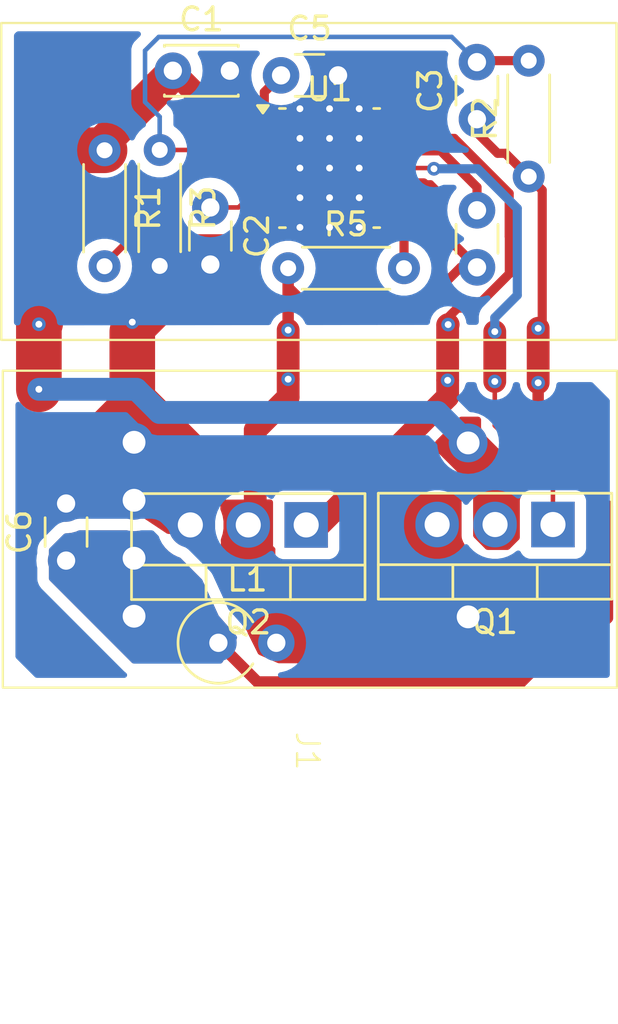
<source format=kicad_pcb>
(kicad_pcb (version 20240108) (generator "pcbnew") (generator_version "8.0")
  (layers (0 "F.Cu" signal) (31 "B.Cu" signal) (34 "B.Paste" user) (35 "F.Paste" user) (36 "B.SilkS" user "B.Silkscreen") (37 "F.SilkS" user "F.Silkscreen") (38 "B.Mask" user) (39 "F.Mask" user) (44 "Edge.Cuts" user))
  (net 0 "")
  (net 1 "Net-(Q1-G)")
  (net 2 "Net-(Q1-S)")
  (net 3 "Net-(Q2-G)")
  (net 4 "Net-(U1-SS)")
  (net 5 "Net-(U1-FB)")
  (net 6 "Net-(U1-BST)")
  (net 7 "Net-(U1-RON)")
  (net 8 "Net-(U1-ILIM)")
  (net 10 "GND")
  (net 11 "VCCOUT")
  (net 12 "VCCINPUT")
  (net 13 "VCC_DRIVER")
  (footprint "Resistor_THT:R_Axial_DIN0204_L3.6mm_D1.6mm_P5.08mm_Horizontal" (layer "F.Cu") (at 146.375 93.389)
    (property "Reference" "R5" (at 2.54 -1.92 0) (layer "F.SilkS"))
    (property "Value" "1.1k")
    (fp_line (start 0.62 -0.92) (end 4.46 -0.92) (stroke (width 0.12)) (layer "F.SilkS"))
    (fp_line (start 0.62 0.92) (end 4.46 0.92) (stroke (width 0.12)) (layer "F.SilkS"))
    (pad "1" thru_hole circle (at 0 0) (size 1.4 1.4) (drill 0.7) (layers "*.Cu" "*.Mask") (net 2 "Net-(Q1-S)"))
    (pad "2" thru_hole oval (at 5.08 0) (size 1.4 1.4) (drill 0.7) (layers "*.Cu" "*.Mask") (net 8 "Net-(U1-ILIM)"))
  )
  (footprint "Resistor_THT:R_Axial_DIN0204_L3.6mm_D1.6mm_P5.08mm_Horizontal" (layer "F.Cu") (at 138.324 88.222 -90)
    (property "Reference" "R1" (at 2.54 -1.92 90) (layer "F.SilkS"))
    (property "Value" "5.9k" (hide yes))
    (fp_line (start 0.62 0.92) (end 4.46 0.92) (stroke (width 0.12)) (layer "F.SilkS"))
    (fp_line (start 0.62 -0.92) (end 4.46 -0.92) (stroke (width 0.12)) (layer "F.SilkS"))
    (pad "1" thru_hole circle (at 0 0 270) (size 1.4 1.4) (drill 0.7) (layers "*.Cu" "*.Mask") (net 12 "VCCINPUT"))
    (pad "2" thru_hole oval (at 5.079999 0 270) (size 1.4 1.4) (drill 0.7) (layers "*.Cu" "*.Mask") (net 7 "Net-(U1-RON)"))
  )
  (footprint "Package_TO_SOT_THT:TO-220-3_Vertical" (layer "F.Cu") (at 147.166 104.635 180)
    (property "Reference" "Q2" (at 2.54 -4.27 360) (layer "F.SilkS"))
    (property "Value" "STP40NF03L")
    (fp_line (start 7.66 -3.27) (end 7.66 1.370999) (stroke (width 0.12)) (layer "F.SilkS"))
    (fp_line (start 4.391 -3.27) (end 4.391 -1.76) (stroke (width 0.12)) (layer "F.SilkS"))
    (fp_line (start 0.69 -3.27) (end 0.69 -1.76) (stroke (width 0.12)) (layer "F.SilkS"))
    (fp_line (start -2.58 1.371) (end 7.66 1.370999) (stroke (width 0.12)) (layer "F.SilkS"))
    (fp_line (start -2.58 -1.759999) (end 7.66 -1.76) (stroke (width 0.12)) (layer "F.SilkS"))
    (fp_line (start -2.58 -3.27) (end 7.66 -3.27) (stroke (width 0.12)) (layer "F.SilkS"))
    (fp_line (start -2.58 -3.27) (end -2.58 1.371) (stroke (width 0.12)) (layer "F.SilkS"))
    (pad "1" thru_hole rect (at 0 0 180) (size 1.905 2) (drill 1.1) (layers "*.Cu" "*.Mask") (net 3 "Net-(Q2-G)"))
    (pad "2" thru_hole oval (at 2.54 0 180) (size 1.905 2) (drill 1.1) (layers "*.Cu" "*.Mask") (net 2 "Net-(Q1-S)"))
    (pad "3" thru_hole oval (at 5.079999 0 180) (size 1.905 2) (drill 1.1) (layers "*.Cu" "*.Mask") (net 10 "GND"))
  )
  (footprint "Capacitor_THT:C_Disc_D3.0mm_W1.6mm_P2.50mm" (layer "F.Cu") (at 136.637 106.198 90)
    (property "Reference" "C6" (at 1.25 -2.049999 90) (layer "F.SilkS"))
    (property "Value" "470uF")
    (fp_line (start 0.621 -0.92) (end 1.879 -0.92) (stroke (width 0.12)) (layer "F.SilkS"))
    (fp_line (start 0.621 0.92) (end 1.879 0.92) (stroke (width 0.12)) (layer "F.SilkS"))
    (pad "1" thru_hole circle (at 0 0 90) (size 1.6 1.6) (drill 0.8) (layers "*.Cu" "*.Mask") (net 11 "VCCOUT"))
    (pad "2" thru_hole circle (at 2.5 0 90) (size 1.6 1.6) (drill 0.8) (layers "*.Cu" "*.Mask") (net 10 "GND"))
  )
  (footprint "Resistor_THT:R_Axial_DIN0204_L3.6mm_D1.6mm_P5.08mm_Horizontal" (layer "F.Cu") (at 156.924 89.375999 90)
    (property "Reference" "R2" (at 2.54 -1.92 90) (layer "F.SilkS"))
    (property "Value" "6.65k")
    (fp_line (start 0.62 -0.92) (end 4.46 -0.92) (stroke (width 0.12)) (layer "F.SilkS"))
    (fp_line (start 0.62 0.92) (end 4.46 0.92) (stroke (width 0.12)) (layer "F.SilkS"))
    (pad "1" thru_hole circle (at 0 0 90) (size 1.4 1.4) (drill 0.7) (layers "*.Cu" "*.Mask") (net 11 "VCCOUT"))
    (pad "2" thru_hole oval (at 5.079999 0 90) (size 1.4 1.4) (drill 0.7) (layers "*.Cu" "*.Mask") (net 5 "Net-(U1-FB)"))
  )
  (footprint "virtex5_buck_footprint:virtex5_buck" (layer "F.Cu") (at 146.726 114.543001 -90)
    (property "Reference" "J1" (at 0 -0.499999 -90) (layer "F.SilkS") (effects (font (thickness 0.1))))
    (property "Value" "Conn_02x04_Counter_Clockwise")
    (pad "1" thru_hole rect (at -5.908 7.108 180) (size 1.7 1.7) (drill 1) (layers "*.Cu" "*.Mask") (net 11 "VCCOUT"))
    (pad "2" thru_hole oval (at -8.448 7.108 180) (size 1.7 1.7) (drill 1) (layers "*.Cu" "*.Mask") (net 11 "VCCOUT"))
    (pad "3" thru_hole oval (at -10.988 7.108 180) (size 1.7 1.7) (drill 1) (layers "*.Cu" "*.Mask") (net 10 "GND"))
    (pad "4" thru_hole oval (at -13.528001 7.108 180) (size 1.7 1.7) (drill 1) (layers "*.Cu" "*.Mask") (net 10 "GND"))
    (pad "5" thru_hole rect (at -5.88 -7.542 180) (size 1.7 1.7) (drill 1) (layers "*.Cu" "*.Mask") (net 10 "GND"))
    (pad "6" thru_hole oval (at -13.5 -7.542 180) (size 1.7 1.7) (drill 1) (layers "*.Cu" "*.Mask") (net 12 "VCCINPUT"))
  )
  (footprint "Capacitor_THT:C_Disc_D3.0mm_W2.0mm_P2.50mm" (layer "F.Cu") (at 141.319 84.737)
    (property "Reference" "C1" (at 1.25 -2.25 360) (layer "F.SilkS"))
    (property "Value" "C")
    (fp_line (start -0.37 -1.12) (end -0.37 -1.055) (stroke (width 0.12)) (layer "F.SilkS"))
    (fp_line (start -0.37 -1.12) (end 2.87 -1.12) (stroke (width 0.12)) (layer "F.SilkS"))
    (fp_line (start -0.37 1.055) (end -0.37 1.12) (stroke (width 0.12)) (layer "F.SilkS"))
    (fp_line (start -0.37 1.12) (end 2.87 1.12) (stroke (width 0.12)) (layer "F.SilkS"))
    (fp_line (start 2.87 -1.12) (end 2.87 -1.055) (stroke (width 0.12)) (layer "F.SilkS"))
    (fp_line (start 2.87 1.055) (end 2.87 1.12) (stroke (width 0.12)) (layer "F.SilkS"))
    (pad "1" thru_hole circle (at 0 0) (size 1.6 1.6) (drill 0.8) (layers "*.Cu" "*.Mask") (net 12 "VCCINPUT"))
    (pad "2" thru_hole circle (at 2.5 0) (size 1.6 1.6) (drill 0.8) (layers "*.Cu" "*.Mask") (net 10 "GND"))
  )
  (footprint "Capacitor_THT:C_Disc_D3.0mm_W1.6mm_P2.50mm" (layer "F.Cu") (at 142.964 90.727 -90)
    (property "Reference" "C2" (at 1.25 -2.049999 90) (layer "F.SilkS"))
    (property "Value" "15nF" (hide yes))
    (fp_line (start 0.621 0.92) (end 1.879 0.92) (stroke (width 0.12)) (layer "F.SilkS"))
    (fp_line (start 0.621 -0.92) (end 1.879 -0.92) (stroke (width 0.12)) (layer "F.SilkS"))
    (pad "1" thru_hole circle (at 0 0 270) (size 1.6 1.6) (drill 0.8) (layers "*.Cu" "*.Mask") (net 4 "Net-(U1-SS)"))
    (pad "2" thru_hole circle (at 2.5 0 270) (size 1.6 1.6) (drill 0.8) (layers "*.Cu" "*.Mask") (net 10 "GND"))
  )
  (footprint "Capacitor_THT:C_Disc_D3.0mm_W1.6mm_P2.50mm" (layer "F.Cu") (at 146.064 84.94)
    (property "Reference" "C5" (at 1.25 -2.05 0) (layer "F.SilkS"))
    (property "Value" "1uF" (hide yes))
    (fp_line (start 0.621 -0.92) (end 1.879 -0.92) (stroke (width 0.12)) (layer "F.SilkS"))
    (fp_line (start 0.621 0.92) (end 1.879 0.92) (stroke (width 0.12)) (layer "F.SilkS"))
    (pad "1" thru_hole circle (at 0 0) (size 1.6 1.6) (drill 0.8) (layers "*.Cu" "*.Mask") (net 13 "VCC_DRIVER"))
    (pad "2" thru_hole circle (at 2.5 0) (size 1.6 1.6) (drill 0.8) (layers "*.Cu" "*.Mask") (net 10 "GND"))
  )
  (footprint "Package_TO_SOT_THT:TO-220-3_Vertical" (layer "F.Cu") (at 157.988999 104.618 180)
    (property "Reference" "Q1" (at 2.54 -4.27 360) (layer "F.SilkS"))
    (property "Value" "STP40NF03L")
    (fp_line (start 7.66 -3.27) (end 7.66 1.370999) (stroke (width 0.12)) (layer "F.SilkS"))
    (fp_line (start 4.391 -3.27) (end 4.391 -1.76) (stroke (width 0.12)) (layer "F.SilkS"))
    (fp_line (start 0.69 -3.27) (end 0.69 -1.76) (stroke (width 0.12)) (layer "F.SilkS"))
    (fp_line (start -2.58 1.371) (end 7.66 1.370999) (stroke (width 0.12)) (layer "F.SilkS"))
    (fp_line (start -2.58 -1.759999) (end 7.66 -1.76) (stroke (width 0.12)) (layer "F.SilkS"))
    (fp_line (start -2.58 -3.27) (end 7.66 -3.27) (stroke (width 0.12)) (layer "F.SilkS"))
    (fp_line (start -2.58 -3.27) (end -2.58 1.371) (stroke (width 0.12)) (layer "F.SilkS"))
    (pad "1" thru_hole rect (at 0 0 180) (size 1.905 2) (drill 1.1) (layers "*.Cu" "*.Mask") (net 1 "Net-(Q1-G)"))
    (pad "2" thru_hole oval (at 2.54 0 180) (size 1.905 2) (drill 1.1) (layers "*.Cu" "*.Mask") (net 12 "VCCINPUT"))
    (pad "3" thru_hole oval (at 5.079999 0 180) (size 1.905 2) (drill 1.1) (layers "*.Cu" "*.Mask") (net 2 "Net-(Q1-S)"))
  )
  (footprint "Resistor_THT:R_Axial_DIN0204_L3.6mm_D1.6mm_P5.08mm_Horizontal" (layer "F.Cu") (at 140.742 88.209 -90)
    (property "Reference" "R3" (at 2.54 -1.92 90) (layer "F.SilkS"))
    (property "Value" "10k" (hide yes))
    (fp_line (start 0.62 0.92) (end 4.46 0.92) (stroke (width 0.12)) (layer "F.SilkS"))
    (fp_line (start 0.62 -0.92) (end 4.46 -0.92) (stroke (width 0.12)) (layer "F.SilkS"))
    (pad "1" thru_hole circle (at 0 0 270) (size 1.4 1.4) (drill 0.7) (layers "*.Cu" "*.Mask") (net 5 "Net-(U1-FB)"))
    (pad "2" thru_hole oval (at 5.079999 0 270) (size 1.4 1.4) (drill 0.7) (layers "*.Cu" "*.Mask") (net 10 "GND"))
  )
  (footprint "Capacitor_THT:C_Disc_D3.0mm_W1.6mm_P2.50mm" (layer "F.Cu") (at 154.654 86.861 90)
    (property "Reference" "C3" (at 1.25 -2.049999 90) (layer "F.SilkS"))
    (property "Value" "120pF")
    (fp_line (start 0.621 -0.92) (end 1.879 -0.92) (stroke (width 0.12)) (layer "F.SilkS"))
    (fp_line (start 0.621 0.92) (end 1.879 0.92) (stroke (width 0.12)) (layer "F.SilkS"))
    (pad "1" thru_hole circle (at 0 0 90) (size 1.6 1.6) (drill 0.8) (layers "*.Cu" "*.Mask") (net 11 "VCCOUT"))
    (pad "2" thru_hole circle (at 2.5 0 90) (size 1.6 1.6) (drill 0.8) (layers "*.Cu" "*.Mask") (net 5 "Net-(U1-FB)"))
  )
  (footprint "Package_SO:HTSSOP-14-1EP_4.4x5mm_P0.65mm_EP3.4x5mm_Mask3x3.1mm_ThermalVias" (layer "F.Cu") (at 148.1915 89.001)
    (property "Reference" "U1" (at 0 -3.45 0) (layer "F.SilkS"))
    (property "Value" "LM3150MHX/NOPB" (hide yes))
    (fp_line (start -1.935584 -2.61) (end -2.2 -2.61) (stroke (width 0.12)) (layer "F.SilkS"))
    (fp_line (start -1.935584 2.61) (end -2.2 2.61) (stroke (width 0.12)) (layer "F.SilkS"))
    (fp_line (start 1.935584 -2.61) (end 2.2 -2.61) (stroke (width 0.12)) (layer "F.SilkS"))
    (fp_line (start 1.935584 2.61) (end 2.2 2.61) (stroke (width 0.12)) (layer "F.SilkS"))
    (fp_poly (pts (xy -2.925 -2.41) (xy -3.165 -2.74) (xy -2.685 -2.74) (xy -2.925 -2.41)) (stroke (width 0.12)) (fill solid) (layer "F.SilkS"))
    (pad "1" smd roundrect (at -2.8625 -1.95) (size 1.575 0.4) (layers "F.Cu" "F.Paste" "F.Mask") (net 13 "VCC_DRIVER"))
    (pad "2" smd roundrect (at -2.8625 -1.3) (size 1.575 0.4) (layers "F.Cu" "F.Paste" "F.Mask") (net 12 "VCCINPUT"))
    (pad "3" smd roundrect (at -2.8625 -0.65) (size 1.575 0.4) (layers "F.Cu" "F.Paste" "F.Mask"))
    (pad "4" smd roundrect (at -2.8625 0) (size 1.575 0.4) (layers "F.Cu" "F.Paste" "F.Mask") (net 5 "Net-(U1-FB)"))
    (pad "5" smd roundrect (at -2.8625 0.65) (size 1.575 0.4) (layers "F.Cu" "F.Paste" "F.Mask") (net 10 "GND"))
    (pad "6" smd roundrect (at -2.8625 1.3) (size 1.575 0.4) (layers "F.Cu" "F.Paste" "F.Mask") (net 4 "Net-(U1-SS)"))
    (pad "7" smd roundrect (at -2.8625 1.95) (size 1.575 0.4) (layers "F.Cu" "F.Paste" "F.Mask") (net 7 "Net-(U1-RON)"))
    (pad "8" smd roundrect (at 2.8625 1.95) (size 1.575 0.4) (layers "F.Cu" "F.Paste" "F.Mask") (net 8 "Net-(U1-ILIM)"))
    (pad "9" smd roundrect (at 2.8625 1.3) (size 1.575 0.4) (layers "F.Cu" "F.Paste" "F.Mask") (net 10 "GND"))
    (pad "10" smd roundrect (at 2.8625 0.65) (size 1.575 0.4) (layers "F.Cu" "F.Paste" "F.Mask") (net 2 "Net-(Q1-S)"))
    (pad "11" smd roundrect (at 2.8625 0) (size 1.575 0.4) (layers "F.Cu" "F.Paste" "F.Mask") (net 1 "Net-(Q1-G)"))
    (pad "12" smd roundrect (at 2.8625 -0.65) (size 1.575 0.4) (layers "F.Cu" "F.Paste" "F.Mask") (net 6 "Net-(U1-BST)"))
    (pad "13" smd roundrect (at 2.8625 -1.3) (size 1.575 0.4) (layers "F.Cu" "F.Paste" "F.Mask") (net 3 "Net-(Q2-G)"))
    (pad "14" smd roundrect (at 2.8625 -1.95) (size 1.575 0.4) (layers "F.Cu" "F.Paste" "F.Mask") (net 10 "GND"))
    (pad "15" thru_hole circle (at -1.3 -2.6) (size 0.6 0.6) (drill 0.3) (property pad_prop_heatsink) (layers "*.Cu") (net 10 "GND"))
    (pad "15" thru_hole circle (at -1.3 -1.3) (size 0.6 0.6) (drill 0.3) (property pad_prop_heatsink) (layers "*.Cu") (net 10 "GND"))
    (pad "15" thru_hole circle (at -1.3 0) (size 0.6 0.6) (drill 0.3) (property pad_prop_heatsink) (layers "*.Cu") (net 10 "GND"))
    (pad "15" thru_hole circle (at -1.3 1.3) (size 0.6 0.6) (drill 0.3) (property pad_prop_heatsink) (layers "*.Cu") (net 10 "GND"))
    (pad "15" thru_hole circle (at -1.3 2.6) (size 0.6 0.6) (drill 0.3) (property pad_prop_heatsink) (layers "*.Cu") (net 10 "GND"))
    (pad "15" thru_hole circle (at 0 -2.6) (size 0.6 0.6) (drill 0.3) (property pad_prop_heatsink) (layers "*.Cu") (net 10 "GND"))
    (pad "15" thru_hole circle (at 0 -1.3) (size 0.6 0.6) (drill 0.3) (property pad_prop_heatsink) (layers "*.Cu") (net 10 "GND"))
    (pad "15" thru_hole circle (at 0 0) (size 0.6 0.6) (drill 0.3) (property pad_prop_heatsink) (layers "*.Cu") (net 10 "GND"))
    (pad "15" smd rect (at 0 0) (size 3.2 5.8) (property pad_prop_heatsink) (layers "B.Cu") (net 10 "GND"))
    (pad "15" smd rect (at 0 0) (size 3.4 5) (property pad_prop_heatsink) (layers "F.Cu") (net 10 "GND"))
    (pad "15" thru_hole circle (at 0 1.3) (size 0.6 0.6) (drill 0.3) (property pad_prop_heatsink) (layers "*.Cu") (net 10 "GND"))
    (pad "15" thru_hole circle (at 0 2.6) (size 0.6 0.6) (drill 0.3) (property pad_prop_heatsink) (layers "*.Cu") (net 10 "GND"))
    (pad "15" thru_hole circle (at 1.3 -2.6) (size 0.6 0.6) (drill 0.3) (property pad_prop_heatsink) (layers "*.Cu") (net 10 "GND"))
    (pad "15" thru_hole circle (at 1.3 -1.3) (size 0.6 0.6) (drill 0.3) (property pad_prop_heatsink) (layers "*.Cu") (net 10 "GND"))
    (pad "15" thru_hole circle (at 1.3 0) (size 0.6 0.6) (drill 0.3) (property pad_prop_heatsink) (layers "*.Cu") (net 10 "GND"))
    (pad "15" thru_hole circle (at 1.3 1.3) (size 0.6 0.6) (drill 0.3) (property pad_prop_heatsink) (layers "*.Cu") (net 10 "GND"))
    (pad "15" thru_hole circle (at 1.3 2.6) (size 0.6 0.6) (drill 0.3) (property pad_prop_heatsink) (layers "*.Cu") (net 10 "GND"))
  )
  (footprint "Capacitor_THT:C_Disc_D3.0mm_W1.6mm_P2.50mm" (layer "F.Cu") (at 154.658 93.351 90)
    (property "Reference" "C4" (hide yes))
    (property "Value" "470nF")
    (fp_line (start 0.621 -0.92) (end 1.879 -0.92) (stroke (width 0.12)) (layer "F.SilkS"))
    (fp_line (start 0.621 0.92) (end 1.879 0.92) (stroke (width 0.12)) (layer "F.SilkS"))
    (pad "1" thru_hole circle (at 0 0 90) (size 1.6 1.6) (drill 0.8) (layers "*.Cu" "*.Mask") (net 2 "Net-(Q1-S)"))
    (pad "2" thru_hole circle (at 2.5 0 90) (size 1.6 1.6) (drill 0.8) (layers "*.Cu" "*.Mask") (net 6 "Net-(U1-BST)"))
  )
  (footprint "Inductor_THT:L_Axial_L7.0mm_D3.3mm_P2.54mm_Vertical_Fastron_MICC" (layer "F.Cu") (at 143.316 109.8)
    (property "Reference" "L1" (at 1.27 -2.77 360) (layer "F.SilkS"))
    (property "Value" "680nH")
    (fp_arc (start 1.512118 0.92) (mid -1.77 0) (end 1.512118 -0.92) (stroke (width 0.12)) (layer "F.SilkS"))
    (pad "1" thru_hole circle (at 0 0) (size 1.6 1.6) (drill 0.8) (layers "*.Cu" "*.Mask") (net 11 "VCCOUT"))
    (pad "2" thru_hole oval (at 2.54 0) (size 1.6 1.6) (drill 0.8) (layers "*.Cu" "*.Mask") (net 2 "Net-(Q1-S)"))
  )
  (gr_rect (start 133.796 82.647) (end 160.774 96.531) (stroke (width 0.1)) (fill none) (layer "F.SilkS"))
  (gr_rect (start 133.863 97.879) (end 160.795 111.763) (stroke (width 0.1)) (fill none) (layer "F.SilkS"))
  (segment (start 152.0415 90.073964) (end 152.183964 90.073964) (width 0) (layer "F.Cu") (net 0))
  (segment (start 152.769871 89.033) (end 152.737871 89.001) (width 0.2) (layer "F.Cu") (net 1))
  (segment (start 157.986999 102.833999) (end 157.986999 104.869) (width 0.2) (layer "F.Cu") (net 1))
  (segment (start 155.437 98.351) (end 155.437 100.284) (width 0.2) (layer "F.Cu") (net 1))
  (segment (start 155.437 96.167) (end 155.437 98.351) (width 1) (layer "F.Cu") (net 1))
  (segment (start 155.437 100.284) (end 157.986999 102.833999) (width 0.2) (layer "F.Cu") (net 1))
  (segment (start 152.737871 89.001) (end 151.054 89.001) (width 0.2) (layer "F.Cu") (net 1))
  (via (at 155.437 96.167) (size 0.6) (drill 0.3) (layers "F.Cu" "B.Cu") (net 1))
  (via (at 152.769871 89.033) (size 0.6) (drill 0.3) (layers "F.Cu" "B.Cu") (net 1))
  (via (at 155.437 98.351) (size 0.6) (drill 0.3) (layers "F.Cu" "B.Cu") (net 1))
  (segment (start 152.769871 89.033) (end 154.688 89.033) (width 0.4) (layer "B.Cu") (net 1))
  (segment (start 156.424 90.769) (end 156.424 94.57) (width 0.4) (layer "B.Cu") (net 1))
  (segment (start 154.688 89.033) (end 156.424 90.769) (width 0.4) (layer "B.Cu") (net 1))
  (segment (start 156.424 94.57) (end 155.437 95.557) (width 0.4) (layer "B.Cu") (net 1))
  (segment (start 155.337 98.451) (end 155.437 98.351) (width 0.2) (layer "B.Cu") (net 1))
  (segment (start 155.437 95.557) (end 155.437 96.167) (width 0.4) (layer "B.Cu") (net 1))
  (segment (start 146.375 96.098) (end 146.375 93.389) (width 0.5) (layer "F.Cu") (net 2))
  (segment (start 144.930999 104.921) (end 145.714 105.704001) (width 0.2) (layer "F.Cu") (net 2))
  (segment (start 146.375 99.039) (end 144.930999 100.483001) (width 1) (layer "F.Cu") (net 2))
  (segment (start 152.625 89.683) (end 152.358685 89.683) (width 0.3) (layer "F.Cu") (net 2))
  (segment (start 145.714 105.704001) (end 145.714 109.8) (width 0.2) (layer "F.Cu") (net 2))
  (segment (start 152.326685 89.651) (end 151.054 89.651) (width 0.4) (layer "F.Cu") (net 2))
  (segment (start 153.119 90.588) (end 153.115 90.592) (width 0.4) (layer "F.Cu") (net 2))
  (segment (start 153.119 90.177) (end 153.119 90.588) (width 0.4) (layer "F.Cu") (net 2))
  (segment (start 145.714 109.8) (end 147.727 109.8) (width 0.2) (layer "F.Cu") (net 2))
  (segment (start 147.106 94.913) (end 146.375 94.182) (width 0.4) (layer "F.Cu") (net 2))
  (segment (start 144.930999 100.483001) (end 144.930999 104.921) (width 1) (layer "F.Cu") (net 2))
  (segment (start 154.658 93.351) (end 153.938 93.351) (width 0.4) (layer "F.Cu") (net 2))
  (segment (start 153.115 90.592) (end 153.115 91.808) (width 0.4) (layer "F.Cu") (net 2))
  (segment (start 153.063 90.121) (end 152.625 89.683) (width 0.3) (layer "F.Cu") (net 2))
  (segment (start 153.063 90.121) (end 153.119 90.177) (width 0.4) (layer "F.Cu") (net 2))
  (segment (start 153.115 91.808) (end 154.658 93.351) (width 0.4) (layer "F.Cu") (net 2))
  (segment (start 153.938 93.351) (end 152.376 94.913) (width 0.4) (layer "F.Cu") (net 2))
  (segment (start 152.376 94.913) (end 147.106 94.913) (width 0.4) (layer "F.Cu") (net 2))
  (segment (start 147.727 109.8) (end 152.658 104.869) (width 0.2) (layer "F.Cu") (net 2))
  (segment (start 146.375 93.389) (end 146.375 94.182) (width 0.2) (layer "F.Cu") (net 2))
  (segment (start 146.375 96.107) (end 146.375 96.098) (width 0.2) (layer "F.Cu") (net 2))
  (segment (start 146.375 98.251) (end 146.375 96.098) (width 1) (layer "F.Cu") (net 2))
  (segment (start 146.375 98.251) (end 146.375 99.039) (width 1) (layer "F.Cu") (net 2))
  (via (at 146.375 96.098) (size 0.6) (drill 0.3) (layers "F.Cu" "B.Cu") (net 2))
  (via (at 146.375 98.251) (size 0.6) (drill 0.3) (layers "F.Cu" "B.Cu") (net 2))
  (segment (start 153.802 95.136) (end 154.570057 95.136) (width 0.4) (layer "F.Cu") (net 3))
  (segment (start 153.37 95.8805) (end 153.392 95.8585) (width 1) (layer "F.Cu") (net 3))
  (segment (start 156.074 92.008) (end 156.068 92.002) (width 0.2) (layer "F.Cu") (net 3))
  (segment (start 147.470999 104.921) (end 153.37 99.021999) (width 1) (layer "F.Cu") (net 3))
  (segment (start 156.074 93.632057) (end 156.074 92.008) (width 0.4) (layer "F.Cu") (net 3))
  (segment (start 153.658 87.701) (end 151.054 87.701) (width 0.4) (layer "F.Cu") (net 3))
  (segment (start 153.37 99.021999) (end 153.37 98.3015) (width 1) (layer "F.Cu") (net 3))
  (segment (start 156.068 90.111) (end 153.658 87.701) (width 0.4) (layer "F.Cu") (net 3))
  (segment (start 153.392 95.546) (end 153.802 95.136) (width 0.4) (layer "F.Cu") (net 3))
  (segment (start 154.570057 95.136) (end 156.074 93.632057) (width 0.4) (layer "F.Cu") (net 3))
  (segment (start 156.068 92.002) (end 156.068 90.111) (width 0.4) (layer "F.Cu") (net 3))
  (segment (start 153.392 95.8585) (end 153.392 95.546) (width 0.4) (layer "F.Cu") (net 3))
  (segment (start 153.37 98.3015) (end 153.37 95.8805) (width 1) (layer "F.Cu") (net 3))
  (via (at 153.37 98.3015) (size 0.6) (drill 0.3) (layers "F.Cu" "B.Cu") (net 3))
  (via (at 153.392 95.8585) (size 0.6) (drill 0.3) (layers "F.Cu" "B.Cu") (net 3))
  (segment (start 145.329 90.301) (end 144.623044 90.301) (width 0.2) (layer "F.Cu") (net 4))
  (segment (start 144.623044 90.301) (end 144.197044 90.727) (width 0.2) (layer "F.Cu") (net 4))
  (segment (start 144.197044 90.727) (end 142.964 90.727) (width 0.2) (layer "F.Cu") (net 4))
  (segment (start 154.719 84.296) (end 156.924 84.296) (width 0.4) (layer "F.Cu") (net 5))
  (segment (start 140.742 88.209) (end 142.325 88.209) (width 0.2) (layer "F.Cu") (net 5))
  (segment (start 143.117 89.001) (end 145.329 89.001) (width 0.2) (layer "F.Cu") (net 5))
  (segment (start 142.325 88.209) (end 143.117 89.001) (width 0.2) (layer "F.Cu") (net 5))
  (segment (start 154.654 84.361) (end 154.719 84.296) (width 0.4) (layer "F.Cu") (net 5))
  (segment (start 153.549 83.256) (end 140.7 83.256) (width 0.2) (layer "B.Cu") (net 5))
  (segment (start 140.099 83.857) (end 140.099 86.109) (width 0.2) (layer "B.Cu") (net 5))
  (segment (start 140.7 83.256) (end 140.099 83.857) (width 0.2) (layer "B.Cu") (net 5))
  (segment (start 140.099 86.109) (end 140.742 86.752) (width 0.2) (layer "B.Cu") (net 5))
  (segment (start 154.654 84.361) (end 153.549 83.256) (width 0.2) (layer "B.Cu") (net 5))
  (segment (start 140.742 86.752) (end 140.742 88.209) (width 0.2) (layer "B.Cu") (net 5))
  (segment (start 151.107 88.298) (end 151.054 88.351) (width 0.3) (layer "F.Cu") (net 6))
  (segment (start 153.169 88.351) (end 153.116 88.298) (width 0.3) (layer "F.Cu") (net 6))
  (segment (start 153.116 88.298) (end 151.107 88.298) (width 0.3) (layer "F.Cu") (net 6))
  (segment (start 154.658 89.84) (end 153.169 88.351) (width 0.4) (layer "F.Cu") (net 6))
  (segment (start 154.658 90.851) (end 154.658 89.84) (width 0.4) (layer "F.Cu") (net 6))
  (segment (start 139.491 92.051) (end 144.229 92.051) (width 0.3) (layer "F.Cu") (net 7))
  (segment (start 144.229 92.051) (end 145.329 90.951) (width 0.3) (layer "F.Cu") (net 7))
  (segment (start 138.324 93.301999) (end 138.324 93.218) (width 0.3) (layer "F.Cu") (net 7))
  (segment (start 138.324 93.218) (end 139.491 92.051) (width 0.3) (layer "F.Cu") (net 7))
  (segment (start 151.457 91.354) (end 151.054 90.951) (width 0.4) (layer "F.Cu") (net 8))
  (segment (start 151.457 93.692) (end 151.457 91.354) (width 0.4) (layer "F.Cu") (net 8))
  (segment (start 139.618 103.555001) (end 139.618 101.015) (width 1) (layer "F.Cu") (net 10))
  (segment (start 151.054 87.051) (end 150.1415 87.051) (width 0.2) (layer "F.Cu") (net 10))
  (segment (start 140.018 96.173) (end 139.54 96.173) (width 1) (layer "F.Cu") (net 10))
  (segment (start 142.391 104.921) (end 142.391 103.788) (width 1) (layer "F.Cu") (net 10))
  (segment (start 145.329 89.651) (end 146.2415 89.651) (width 0.2) (layer "F.Cu") (net 10))
  (segment (start 140.742 93.288999) (end 140.742 94.971) (width 1) (layer "F.Cu") (net 10))
  (segment (start 151.054 90.301) (end 149.4915 90.301) (width 0.2) (layer "F.Cu") (net 10))
  (segment (start 151.126964 90.373964) (end 151.054 90.301) (width 0.2) (layer "F.Cu") (net 10))
  (segment (start 142.964 93.227) (end 140.018 96.173) (width 1) (layer "F.Cu") (net 10))
  (segment (start 140.742 94.971) (end 139.54 96.173) (width 1) (layer "F.Cu") (net 10))
  (segment (start 139.54 100.937) (end 139.618 101.015) (width 1) (layer "F.Cu") (net 10))
  (segment (start 146.2415 89.651) (end 146.8915 89.001) (width 0.2) (layer "F.Cu") (net 10))
  (segment (start 150.1415 87.051) (end 149.4915 86.401) (width 0.2) (layer "F.Cu") (net 10))
  (segment (start 139.54 96.173) (end 139.54 100.937) (width 2) (layer "F.Cu") (net 10))
  (segment (start 142.444001 93.177999) (end 142.553 93.069) (width 0.2) (layer "F.Cu") (net 10))
  (segment (start 142.391 103.788) (end 139.618 101.015) (width 1) (layer "F.Cu") (net 10))
  (via (at 139.54 95.751) (size 0.6) (drill 0.3) (layers "F.Cu" "B.Cu") (net 10))
  (segment (start 158.079 111.007) (end 157.104 111.007) (width 0.5) (layer "F.Cu") (net 11))
  (segment (start 136.637 106.198) (end 139.515001 106.198) (width 0.2) (layer "F.Cu") (net 11))
  (segment (start 154.654 87.449) (end 154.654 86.861) (width 0.4) (layer "F.Cu") (net 11))
  (segment (start 157.104 111.007) (end 156.595 111.516) (width 0.5) (layer "F.Cu") (net 11))
  (segment (start 157.339 96.0205) (end 157.339 98.4075) (width 1) (layer "F.Cu") (net 11))
  (segment (start 160.38 108.706) (end 158.079 111.007) (width 0.5) (layer "F.Cu") (net 11))
  (segment (start 155.559999 88.354999) (end 154.654 87.449) (width 0.4) (layer "F.Cu") (net 11))
  (segment (start 143.316 109.8) (end 140.782999 109.8) (width 0.2) (layer "F.Cu") (net 11))
  (segment (start 140.782999 109.8) (end 139.618 108.635001) (width 0.2) (layer "F.Cu") (net 11))
  (segment (start 157.517 95.8425) (end 157.517 89.968999) (width 0.4) (layer "F.Cu") (net 11))
  (segment (start 157.339 95.9275) (end 157.339 96.0205) (width 0.5) (layer "F.Cu") (net 11))
  (segment (start 157.339 100.775) (end 160.38 103.816) (width 0.5) (layer "F.Cu") (net 11))
  (segment (start 157.517 89.968999) (end 156.924 89.375999) (width 0.4) (layer "F.Cu") (net 11))
  (segment (start 145.032 111.516) (end 143.316 109.8) (width 0.5) (layer "F.Cu") (net 11))
  (segment (start 157.339 98.4075) (end 157.339 100.775) (width 0.5) (layer "F.Cu") (net 11))
  (segment (start 160.38 103.816) (end 160.38 108.706) (width 0.5) (layer "F.Cu") (net 11))
  (segment (start 157.339 96.0205) (end 157.517 95.8425) (width 0.4) (layer "F.Cu") (net 11))
  (segment (start 156.924 89.375999) (end 155.903 88.354999) (width 0.4) (layer "F.Cu") (net 11))
  (segment (start 139.515001 106.198) (end 139.618 106.095001) (width 0.2) (layer "F.Cu") (net 11))
  (segment (start 155.903 88.354999) (end 155.559999 88.354999) (width 0.4) (layer "F.Cu") (net 11))
  (segment (start 156.595 111.516) (end 145.032 111.516) (width 0.5) (layer "F.Cu") (net 11))
  (via (at 157.339 98.4075) (size 0.6) (drill 0.3) (layers "F.Cu" "B.Cu") (net 11))
  (via (at 157.339 96.0205) (size 0.6) (drill 0.3) (layers "F.Cu" "B.Cu") (net 11))
  (segment (start 141.319 84.737) (end 141.319 84.85) (width 1.5) (layer "F.Cu") (net 12))
  (segment (start 135.443 98.693) (end 135.443 95.844) (width 2) (layer "F.Cu") (net 12))
  (segment (start 141.319 84.85) (end 139.992 86.177) (width 1.5) (layer "F.Cu") (net 12))
  (segment (start 141.319 84.737) (end 142.58 85.998) (width 1) (layer "F.Cu") (net 12))
  (segment (start 135.443 95.844) (end 135.443 95.307) (width 0.2) (layer "F.Cu") (net 12))
  (segment (start 135.501 89.189) (end 135.501 95.786) (width 2) (layer "F.Cu") (net 12))
  (segment (start 139.992 86.177) (end 139.97 86.177) (width 1.5) (layer "F.Cu") (net 12))
  (segment (start 138.324 87.497) (end 138.324 88.222) (width 1) (layer "F.Cu") (net 12))
  (segment (start 142.58 86.899) (end 142.951 87.27) (width 1) (layer "F.Cu") (net 12))
  (segment (start 145.329 87.701) (end 143.82 87.701) (width 0.3) (layer "F.Cu") (net 12))
  (segment (start 138.324 87.823) (end 138.324 88.222) (width 1.5) (layer "F.Cu") (net 12))
  (segment (start 154.268 101.49) (end 155.446999 102.668999) (width 0.2) (layer "F.Cu") (net 12))
  (segment (start 136.468 88.222) (end 135.501 89.189) (width 2) (layer "F.Cu") (net 12))
  (segment (start 139.97 86.177) (end 138.324 87.823) (width 1.5) (layer "F.Cu") (net 12))
  (segment (start 142.951 87.27) (end 143.389 87.27) (width 1) (layer "F.Cu") (net 12))
  (segment (start 142.58 85.998) (end 142.58 86.899) (width 1) (layer "F.Cu") (net 12))
  (segment (start 154.268 101.043001) (end 154.268 101.49) (width 0.2) (layer "F.Cu") (net 12))
  (segment (start 155.446999 102.668999) (end 155.446999 104.869) (width 0.2) (layer "F.Cu") (net 12))
  (segment (start 135.501 95.786) (end 135.443 95.844) (width 2) (layer "F.Cu") (net 12))
  (segment (start 143.82 87.701) (end 143.389 87.27) (width 0.3) (layer "F.Cu") (net 12))
  (segment (start 138.324 88.222) (end 136.468 88.222) (width 2) (layer "F.Cu") (net 12))
  (via (at 135.443 98.693) (size 0.6) (drill 0.3) (layers "F.Cu" "B.Cu") (net 12))
  (via (at 135.443 95.844) (size 0.6) (drill 0.3) (layers "F.Cu" "B.Cu") (net 12))
  (segment (start 152.931999 99.707) (end 140.732511 99.707) (width 1) (layer "B.Cu") (net 12))
  (segment (start 154.268 101.043001) (end 152.931999 99.707) (width 1) (layer "B.Cu") (net 12))
  (segment (start 139.718511 98.693) (end 135.443 98.693) (width 1) (layer "B.Cu") (net 12))
  (segment (start 140.732511 99.707) (end 139.718511 98.693) (width 1) (layer "B.Cu") (net 12))
  (segment (start 145.329 85.675) (end 146.064 84.94) (width 0.4) (layer "F.Cu") (net 13))
  (segment (start 145.329 87.051) (end 145.329 85.675) (width 0.4) (layer "F.Cu") (net 13))
  (zone (net 10) (net_name "GND") (layer "F.Cu") (priority 4) (connect_pads yes (clearance 0.5)) (min_thickness 0.25) (fill yes (thermal_gap 0.5) (thermal_bridge_width 0.5))
    (polygon (pts (xy 141.081 105.031) (xy 139.072 103.698) (xy 135.837 103.698) (xy 135.837 101.772) (xy 138.929 98.68) (xy 140.477 98.68) (xy 142.657 100.86) (xy 142.914 104.931) (xy 142.757 105.031)))
  )
  (zone (net 2) (net_name "Net-(Q1-S)") (layer "F.Cu") (priority 2) (connect_pads yes (clearance 0.5)) (min_thickness 0.25) (fill yes (thermal_gap 0.5) (thermal_bridge_width 0.5))
    (polygon (pts (xy 151.491 103.268019) (xy 148.014 106.862) (xy 145.936 106.862) (xy 145.867 103.518) (xy 143.39735 103.528225) (xy 143.445 107.068) (xy 145.067582 110.311) (xy 145.944941 110.697) (xy 149.517 110.697) (xy 154.116 106.098) (xy 154.116 103.455) (xy 153.925508 103.264508)))
  )
  (zone (net 12) (net_name "VCCINPUT") (layer "F.Cu") (priority 5) (connect_pads yes (clearance 0.5)) (min_thickness 0.25) (fill yes (thermal_gap 0.5) (thermal_bridge_width 0.5))
    (polygon (pts (xy 154.487 103.008) (xy 152.816 101.337) (xy 152.816 100.835) (xy 153.759 99.892) (xy 154.753 99.892) (xy 156.649 101.788) (xy 156.649 105.128) (xy 156.044 105.733) (xy 155.071 105.733) (xy 154.487 105.149)))
  )
  (zone (net 11) (net_name "VCCOUT") (layers "F&B.Cu") (priority 3) (connect_pads yes (clearance 0.5)) (min_thickness 0.25) (fill yes (thermal_gap 0.5) (thermal_bridge_width 0.5))
    (polygon (pts (xy 142.667 107.093) (xy 140.444 104.87) (xy 136.704 104.87) (xy 135.881 105.693) (xy 135.881 107.033) (xy 139.56 110.712) (xy 143.463 110.712) (xy 144.165 109.561) (xy 143.328 108.61) (xy 142.618 107.063) (xy 142.648 107.093)))
  )
  (zone (net 10) (net_name "GND") (layer "B.Cu") (priority 1) (connect_pads yes (clearance 0.5)) (min_thickness 0.25) (fill yes (thermal_gap 0.5) (thermal_bridge_width 0.5))
    (polygon (pts (xy 160.395 111.337) (xy 135.305 111.337) (xy 134.416 110.448) (xy 134.416 98.464) (xy 134.503 98.377) (xy 159.706 98.377) (xy 160.481 99.152) (xy 160.481 111.251)))
  )
  (zone (net 10) (net_name "GND") (layer "B.Cu") (connect_pads yes (clearance 0.5)) (min_thickness 0.25) (fill yes (thermal_gap 0.5) (thermal_bridge_width 0.5))
    (polygon (pts (xy 134.351 95.893972) (xy 134.351 83.146) (xy 134.487 83.01) (xy 158.861 83.01) (xy 158.97 83.119) (xy 158.97 95.866972)))
  )
)
</source>
